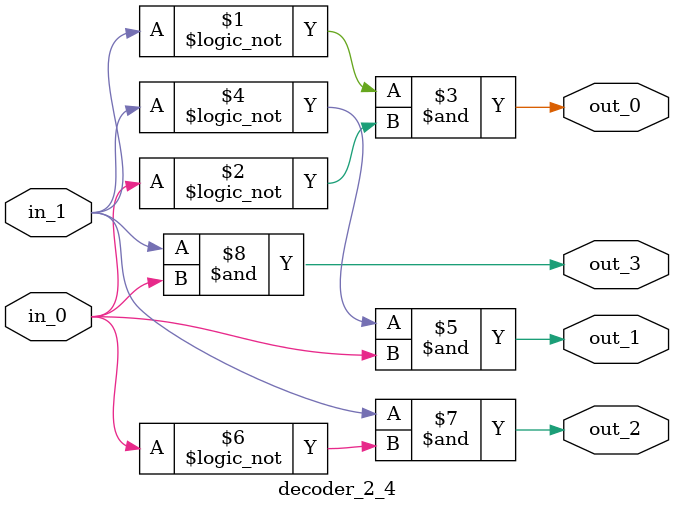
<source format=v>
module decoder_2_4
(
  input   wire    in_1,
  input   wire    in_0,
  
  output  wire    out_0,
  output  wire    out_1,
  output  wire    out_2,
  output  wire    out_3
);

assign out_0 = ((!in_1)&(!in_0));//00
assign out_1 = ((!in_1)&( in_0));//01
assign out_2 = (( in_1)&(!in_0));//10
assign out_3 = (( in_1)&( in_0));//11

endmodule

</source>
